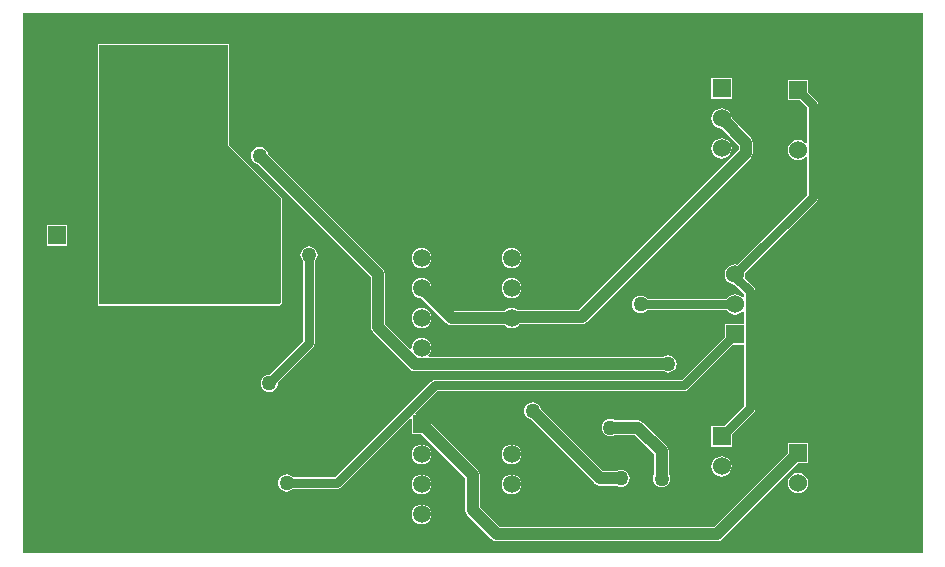
<source format=gbl>
G04*
G04 #@! TF.GenerationSoftware,Altium Limited,Altium Designer,20.2.6 (244)*
G04*
G04 Layer_Physical_Order=2*
G04 Layer_Color=16711680*
%FSLAX24Y24*%
%MOIN*%
G70*
G04*
G04 #@! TF.SameCoordinates,601DEEF6-7E2B-4F85-A560-B3D03E394376*
G04*
G04*
G04 #@! TF.FilePolarity,Positive*
G04*
G01*
G75*
%ADD23C,0.0600*%
%ADD42C,0.0400*%
%ADD43C,0.0300*%
%ADD45R,0.0600X0.0600*%
%ADD46C,0.0591*%
%ADD47R,0.0591X0.0591*%
%ADD48R,0.0600X0.0600*%
%ADD49C,0.0500*%
%ADD50C,0.0400*%
G36*
X41400Y30800D02*
X11400D01*
Y48800D01*
X41400D01*
Y30800D01*
D02*
G37*
%LPC*%
G36*
X35035Y46635D02*
X34365D01*
Y45965D01*
X35035D01*
Y46635D01*
D02*
G37*
G36*
X37585Y46585D02*
X36915D01*
Y45915D01*
X37318D01*
X37546Y45687D01*
Y44496D01*
X37496Y44479D01*
X37489Y44489D01*
X37419Y44543D01*
X37337Y44576D01*
X37250Y44588D01*
X37163Y44576D01*
X37081Y44543D01*
X37011Y44489D01*
X36957Y44419D01*
X36924Y44337D01*
X36912Y44250D01*
X36924Y44163D01*
X36957Y44081D01*
X37011Y44011D01*
X37081Y43957D01*
X37163Y43924D01*
X37250Y43912D01*
X37337Y43924D01*
X37419Y43957D01*
X37489Y44011D01*
X37496Y44021D01*
X37546Y44004D01*
Y42763D01*
X35213Y40430D01*
X35150Y40438D01*
X35063Y40426D01*
X34981Y40393D01*
X34911Y40339D01*
X34857Y40269D01*
X34824Y40187D01*
X34812Y40100D01*
X34824Y40013D01*
X34857Y39931D01*
X34911Y39861D01*
X34981Y39807D01*
X35063Y39774D01*
X35138Y39764D01*
X35446Y39456D01*
Y39346D01*
X35396Y39329D01*
X35389Y39339D01*
X35319Y39393D01*
X35237Y39426D01*
X35150Y39438D01*
X35063Y39426D01*
X34981Y39393D01*
X34911Y39339D01*
X34872Y39289D01*
X32215D01*
X32203Y39303D01*
X32144Y39349D01*
X32074Y39378D01*
X32000Y39387D01*
X31926Y39378D01*
X31856Y39349D01*
X31797Y39303D01*
X31751Y39244D01*
X31722Y39174D01*
X31713Y39100D01*
X31722Y39026D01*
X31751Y38956D01*
X31797Y38897D01*
X31856Y38851D01*
X31926Y38822D01*
X32000Y38813D01*
X32074Y38822D01*
X32144Y38851D01*
X32203Y38897D01*
X32215Y38911D01*
X34872D01*
X34911Y38861D01*
X34981Y38807D01*
X35063Y38774D01*
X35150Y38762D01*
X35237Y38774D01*
X35319Y38807D01*
X35389Y38861D01*
X35396Y38871D01*
X35446Y38854D01*
Y38435D01*
X34815D01*
Y38032D01*
X33372Y36589D01*
X25148D01*
X25076Y36574D01*
X25014Y36533D01*
X21820Y33339D01*
X20415D01*
X20403Y33353D01*
X20344Y33399D01*
X20274Y33428D01*
X20200Y33437D01*
X20126Y33428D01*
X20056Y33399D01*
X19997Y33353D01*
X19951Y33294D01*
X19922Y33224D01*
X19913Y33150D01*
X19922Y33076D01*
X19951Y33006D01*
X19997Y32947D01*
X20056Y32901D01*
X20126Y32872D01*
X20200Y32863D01*
X20274Y32872D01*
X20344Y32901D01*
X20403Y32947D01*
X20415Y32961D01*
X21898D01*
X21970Y32976D01*
X22031Y33017D01*
X24324Y35309D01*
X24370Y35290D01*
Y34770D01*
X24691D01*
X26160Y33301D01*
Y32250D01*
X26160Y32250D01*
X26179Y32158D01*
X26231Y32081D01*
X27031Y31281D01*
X27031Y31281D01*
X27108Y31229D01*
X27200Y31210D01*
X34550D01*
X34550Y31210D01*
X34642Y31229D01*
X34719Y31281D01*
X37254Y33815D01*
X37585D01*
Y34485D01*
X36915D01*
Y34154D01*
X34451Y31690D01*
X27299D01*
X26640Y32349D01*
Y33400D01*
X26640Y33400D01*
X26621Y33492D01*
X26569Y33569D01*
X25030Y35109D01*
Y35430D01*
X24510D01*
X24491Y35476D01*
X25226Y36211D01*
X33450D01*
X33522Y36226D01*
X33583Y36267D01*
X35082Y37765D01*
X35446D01*
Y35713D01*
X34768Y35035D01*
X34365D01*
Y34365D01*
X35035D01*
Y34768D01*
X35768Y35502D01*
X35809Y35563D01*
X35824Y35635D01*
Y39534D01*
X35809Y39606D01*
X35768Y39667D01*
X35461Y39975D01*
X35476Y40013D01*
X35488Y40100D01*
X35480Y40163D01*
X37868Y42552D01*
X37909Y42613D01*
X37924Y42685D01*
Y45765D01*
X37909Y45837D01*
X37868Y45898D01*
X37585Y46182D01*
Y46585D01*
D02*
G37*
G36*
X34700Y44638D02*
X34613Y44626D01*
X34531Y44593D01*
X34461Y44539D01*
X34407Y44469D01*
X34374Y44387D01*
X34362Y44300D01*
X34374Y44213D01*
X34407Y44131D01*
X34461Y44061D01*
X34531Y44007D01*
X34613Y43974D01*
X34700Y43962D01*
X34787Y43974D01*
X34869Y44007D01*
X34939Y44061D01*
X34993Y44131D01*
X35026Y44213D01*
X35038Y44300D01*
X35026Y44387D01*
X34993Y44469D01*
X34939Y44539D01*
X34869Y44593D01*
X34787Y44626D01*
X34700Y44638D01*
D02*
G37*
G36*
X12885Y41735D02*
X12215D01*
Y41065D01*
X12885D01*
Y41735D01*
D02*
G37*
G36*
X27700Y40983D02*
X27614Y40972D01*
X27533Y40938D01*
X27464Y40886D01*
X27412Y40817D01*
X27378Y40736D01*
X27367Y40650D01*
X27378Y40564D01*
X27412Y40483D01*
X27464Y40414D01*
X27533Y40362D01*
X27614Y40328D01*
X27700Y40317D01*
X27786Y40328D01*
X27867Y40362D01*
X27936Y40414D01*
X27988Y40483D01*
X28022Y40564D01*
X28033Y40650D01*
X28022Y40736D01*
X27988Y40817D01*
X27936Y40886D01*
X27867Y40938D01*
X27786Y40972D01*
X27700Y40983D01*
D02*
G37*
G36*
X24700D02*
X24614Y40972D01*
X24533Y40938D01*
X24464Y40886D01*
X24412Y40817D01*
X24378Y40736D01*
X24367Y40650D01*
X24378Y40564D01*
X24412Y40483D01*
X24464Y40414D01*
X24533Y40362D01*
X24614Y40328D01*
X24700Y40317D01*
X24786Y40328D01*
X24867Y40362D01*
X24936Y40414D01*
X24988Y40483D01*
X25022Y40564D01*
X25033Y40650D01*
X25022Y40736D01*
X24988Y40817D01*
X24936Y40886D01*
X24867Y40938D01*
X24786Y40972D01*
X24700Y40983D01*
D02*
G37*
G36*
X27700Y39983D02*
X27614Y39972D01*
X27533Y39938D01*
X27464Y39886D01*
X27412Y39817D01*
X27378Y39736D01*
X27367Y39650D01*
X27378Y39564D01*
X27412Y39483D01*
X27464Y39414D01*
X27533Y39362D01*
X27614Y39328D01*
X27700Y39317D01*
X27786Y39328D01*
X27867Y39362D01*
X27936Y39414D01*
X27988Y39483D01*
X28022Y39564D01*
X28033Y39650D01*
X28022Y39736D01*
X27988Y39817D01*
X27936Y39886D01*
X27867Y39938D01*
X27786Y39972D01*
X27700Y39983D01*
D02*
G37*
G36*
X18250Y47788D02*
X13950D01*
X13923Y47777D01*
X13912Y47750D01*
Y39100D01*
X13923Y39073D01*
X13950Y39062D01*
X19950D01*
X19977Y39073D01*
X20027Y39123D01*
X20038Y39150D01*
Y42650D01*
X20027Y42677D01*
X18288Y44416D01*
Y47750D01*
X18277Y47777D01*
X18250Y47788D01*
D02*
G37*
G36*
X34700Y45638D02*
X34613Y45626D01*
X34531Y45593D01*
X34461Y45539D01*
X34407Y45469D01*
X34374Y45387D01*
X34362Y45300D01*
X34374Y45213D01*
X34407Y45131D01*
X34461Y45061D01*
X34531Y45007D01*
X34613Y44974D01*
X34699Y44962D01*
X35270Y44391D01*
Y44259D01*
X34531Y43519D01*
X34531Y43519D01*
X29937Y38926D01*
X27883D01*
X27867Y38938D01*
X27786Y38972D01*
X27700Y38983D01*
X27614Y38972D01*
X27533Y38938D01*
X27470Y38890D01*
X25799D01*
X25032Y39657D01*
X25022Y39736D01*
X24988Y39817D01*
X24936Y39886D01*
X24867Y39938D01*
X24786Y39972D01*
X24700Y39983D01*
X24614Y39972D01*
X24533Y39938D01*
X24464Y39886D01*
X24412Y39817D01*
X24378Y39736D01*
X24367Y39650D01*
X24378Y39564D01*
X24412Y39483D01*
X24464Y39414D01*
X24533Y39362D01*
X24614Y39328D01*
X24693Y39318D01*
X25531Y38481D01*
X25531Y38481D01*
X25608Y38429D01*
X25700Y38410D01*
X25700Y38410D01*
X27470D01*
X27533Y38362D01*
X27614Y38328D01*
X27700Y38317D01*
X27786Y38328D01*
X27867Y38362D01*
X27936Y38414D01*
X27960Y38447D01*
X30036D01*
X30036Y38447D01*
X30128Y38465D01*
X30206Y38517D01*
X34869Y43181D01*
X34869Y43181D01*
X35679Y43990D01*
X35679Y43990D01*
X35731Y44068D01*
X35749Y44159D01*
X35749Y44159D01*
Y44491D01*
X35749Y44491D01*
X35731Y44582D01*
X35679Y44660D01*
X35679Y44660D01*
X35038Y45301D01*
X35026Y45387D01*
X34993Y45469D01*
X34939Y45539D01*
X34869Y45593D01*
X34787Y45626D01*
X34700Y45638D01*
D02*
G37*
G36*
X24700Y38983D02*
X24614Y38972D01*
X24533Y38938D01*
X24464Y38886D01*
X24412Y38817D01*
X24378Y38736D01*
X24367Y38650D01*
X24378Y38564D01*
X24412Y38483D01*
X24464Y38414D01*
X24533Y38362D01*
X24614Y38328D01*
X24700Y38317D01*
X24786Y38328D01*
X24867Y38362D01*
X24936Y38414D01*
X24988Y38483D01*
X25022Y38564D01*
X25033Y38650D01*
X25022Y38736D01*
X24988Y38817D01*
X24936Y38886D01*
X24867Y38938D01*
X24786Y38972D01*
X24700Y38983D01*
D02*
G37*
G36*
X19300Y44347D02*
X19226Y44338D01*
X19156Y44309D01*
X19097Y44263D01*
X19051Y44204D01*
X19022Y44134D01*
X19013Y44060D01*
X19022Y43986D01*
X19051Y43916D01*
X19097Y43857D01*
X19156Y43811D01*
X19226Y43782D01*
X19241Y43780D01*
X23001Y40021D01*
Y38360D01*
X23001Y38360D01*
X23019Y38268D01*
X23071Y38190D01*
X24311Y36950D01*
X24311Y36950D01*
X24389Y36898D01*
X24480Y36880D01*
X24480Y36880D01*
X32764D01*
X32776Y36871D01*
X32845Y36842D01*
X32920Y36832D01*
X32994Y36842D01*
X33063Y36871D01*
X33123Y36916D01*
X33169Y36976D01*
X33197Y37045D01*
X33207Y37120D01*
X33197Y37194D01*
X33169Y37263D01*
X33123Y37323D01*
X33063Y37369D01*
X32994Y37397D01*
X32920Y37407D01*
X32845Y37397D01*
X32776Y37369D01*
X32764Y37359D01*
X24946D01*
X24929Y37409D01*
X24936Y37414D01*
X24988Y37483D01*
X25022Y37564D01*
X25033Y37650D01*
X25022Y37736D01*
X24988Y37817D01*
X24936Y37886D01*
X24867Y37938D01*
X24786Y37972D01*
X24700Y37983D01*
X24614Y37972D01*
X24533Y37938D01*
X24464Y37886D01*
X24412Y37817D01*
X24378Y37736D01*
X24367Y37650D01*
X24368Y37642D01*
X24321Y37618D01*
X23480Y38459D01*
Y40120D01*
X23480Y40120D01*
X23462Y40212D01*
X23410Y40289D01*
X23410Y40289D01*
X19580Y44119D01*
X19578Y44134D01*
X19549Y44204D01*
X19503Y44263D01*
X19444Y44309D01*
X19374Y44338D01*
X19300Y44347D01*
D02*
G37*
G36*
X20950Y41037D02*
X20876Y41028D01*
X20806Y40999D01*
X20747Y40953D01*
X20701Y40894D01*
X20672Y40824D01*
X20663Y40750D01*
X20672Y40676D01*
X20701Y40606D01*
X20747Y40547D01*
X20761Y40535D01*
Y37878D01*
X19644Y36761D01*
X19626Y36763D01*
X19551Y36753D01*
X19482Y36725D01*
X19422Y36679D01*
X19377Y36619D01*
X19348Y36550D01*
X19338Y36476D01*
X19348Y36401D01*
X19377Y36332D01*
X19422Y36272D01*
X19482Y36227D01*
X19551Y36198D01*
X19626Y36188D01*
X19700Y36198D01*
X19769Y36227D01*
X19829Y36272D01*
X19875Y36332D01*
X19903Y36401D01*
X19913Y36476D01*
X19911Y36494D01*
X21083Y37667D01*
X21124Y37728D01*
X21139Y37800D01*
Y40535D01*
X21153Y40547D01*
X21199Y40606D01*
X21228Y40676D01*
X21237Y40750D01*
X21228Y40824D01*
X21199Y40894D01*
X21153Y40953D01*
X21094Y40999D01*
X21024Y41028D01*
X20950Y41037D01*
D02*
G37*
G36*
X27700Y34433D02*
X27614Y34422D01*
X27533Y34388D01*
X27464Y34336D01*
X27412Y34267D01*
X27378Y34186D01*
X27367Y34100D01*
X27378Y34014D01*
X27412Y33933D01*
X27464Y33864D01*
X27533Y33812D01*
X27614Y33778D01*
X27700Y33767D01*
X27786Y33778D01*
X27867Y33812D01*
X27936Y33864D01*
X27988Y33933D01*
X28022Y34014D01*
X28033Y34100D01*
X28022Y34186D01*
X27988Y34267D01*
X27936Y34336D01*
X27867Y34388D01*
X27786Y34422D01*
X27700Y34433D01*
D02*
G37*
G36*
X24700D02*
X24614Y34422D01*
X24533Y34388D01*
X24464Y34336D01*
X24412Y34267D01*
X24378Y34186D01*
X24367Y34100D01*
X24378Y34014D01*
X24412Y33933D01*
X24464Y33864D01*
X24533Y33812D01*
X24614Y33778D01*
X24700Y33767D01*
X24786Y33778D01*
X24867Y33812D01*
X24936Y33864D01*
X24988Y33933D01*
X25022Y34014D01*
X25033Y34100D01*
X25022Y34186D01*
X24988Y34267D01*
X24936Y34336D01*
X24867Y34388D01*
X24786Y34422D01*
X24700Y34433D01*
D02*
G37*
G36*
X34700Y34038D02*
X34613Y34026D01*
X34531Y33993D01*
X34461Y33939D01*
X34407Y33869D01*
X34374Y33787D01*
X34362Y33700D01*
X34374Y33613D01*
X34407Y33531D01*
X34461Y33461D01*
X34531Y33407D01*
X34613Y33374D01*
X34700Y33362D01*
X34787Y33374D01*
X34869Y33407D01*
X34939Y33461D01*
X34993Y33531D01*
X35026Y33613D01*
X35038Y33700D01*
X35026Y33787D01*
X34993Y33869D01*
X34939Y33939D01*
X34869Y33993D01*
X34787Y34026D01*
X34700Y34038D01*
D02*
G37*
G36*
X28400Y35837D02*
X28326Y35828D01*
X28256Y35799D01*
X28197Y35753D01*
X28151Y35694D01*
X28122Y35624D01*
X28113Y35550D01*
X28122Y35476D01*
X28151Y35406D01*
X28197Y35347D01*
X28256Y35301D01*
X28326Y35272D01*
X28341Y35270D01*
X30481Y33131D01*
X30481Y33131D01*
X30558Y33079D01*
X30650Y33060D01*
X30650Y33060D01*
X31194D01*
X31206Y33051D01*
X31276Y33022D01*
X31350Y33013D01*
X31424Y33022D01*
X31494Y33051D01*
X31553Y33097D01*
X31599Y33156D01*
X31628Y33226D01*
X31637Y33300D01*
X31628Y33374D01*
X31599Y33444D01*
X31553Y33503D01*
X31494Y33549D01*
X31424Y33578D01*
X31350Y33587D01*
X31276Y33578D01*
X31206Y33549D01*
X31194Y33540D01*
X30749D01*
X28680Y35609D01*
X28678Y35624D01*
X28649Y35694D01*
X28603Y35753D01*
X28544Y35799D01*
X28474Y35828D01*
X28400Y35837D01*
D02*
G37*
G36*
X30997Y35284D02*
X30922Y35274D01*
X30853Y35246D01*
X30794Y35200D01*
X30748Y35141D01*
X30719Y35071D01*
X30709Y34997D01*
X30719Y34922D01*
X30748Y34853D01*
X30794Y34794D01*
X30853Y34748D01*
X30922Y34719D01*
X30997Y34709D01*
X31071Y34719D01*
X31141Y34748D01*
X31153Y34757D01*
X31804D01*
X32460Y34101D01*
Y33450D01*
X32451Y33437D01*
X32422Y33368D01*
X32413Y33294D01*
X32422Y33219D01*
X32451Y33150D01*
X32497Y33090D01*
X32556Y33045D01*
X32626Y33016D01*
X32700Y33006D01*
X32774Y33016D01*
X32844Y33045D01*
X32903Y33090D01*
X32949Y33150D01*
X32978Y33219D01*
X32987Y33294D01*
X32978Y33368D01*
X32949Y33437D01*
X32940Y33450D01*
Y34200D01*
X32921Y34292D01*
X32869Y34369D01*
X32869Y34369D01*
X32073Y35166D01*
X31995Y35218D01*
X31903Y35236D01*
X31903Y35236D01*
X31153D01*
X31141Y35246D01*
X31071Y35274D01*
X30997Y35284D01*
D02*
G37*
G36*
X37250Y33488D02*
X37163Y33476D01*
X37081Y33443D01*
X37011Y33389D01*
X36957Y33319D01*
X36924Y33237D01*
X36912Y33150D01*
X36924Y33063D01*
X36957Y32981D01*
X37011Y32911D01*
X37081Y32857D01*
X37163Y32824D01*
X37250Y32812D01*
X37337Y32824D01*
X37419Y32857D01*
X37489Y32911D01*
X37543Y32981D01*
X37576Y33063D01*
X37588Y33150D01*
X37576Y33237D01*
X37543Y33319D01*
X37489Y33389D01*
X37419Y33443D01*
X37337Y33476D01*
X37250Y33488D01*
D02*
G37*
G36*
X27700Y33433D02*
X27614Y33422D01*
X27533Y33388D01*
X27464Y33336D01*
X27412Y33267D01*
X27378Y33186D01*
X27367Y33100D01*
X27378Y33014D01*
X27412Y32933D01*
X27464Y32864D01*
X27533Y32812D01*
X27614Y32778D01*
X27700Y32767D01*
X27786Y32778D01*
X27867Y32812D01*
X27936Y32864D01*
X27988Y32933D01*
X28022Y33014D01*
X28033Y33100D01*
X28022Y33186D01*
X27988Y33267D01*
X27936Y33336D01*
X27867Y33388D01*
X27786Y33422D01*
X27700Y33433D01*
D02*
G37*
G36*
X24700D02*
X24614Y33422D01*
X24533Y33388D01*
X24464Y33336D01*
X24412Y33267D01*
X24378Y33186D01*
X24367Y33100D01*
X24378Y33014D01*
X24412Y32933D01*
X24464Y32864D01*
X24533Y32812D01*
X24614Y32778D01*
X24700Y32767D01*
X24786Y32778D01*
X24867Y32812D01*
X24936Y32864D01*
X24988Y32933D01*
X25022Y33014D01*
X25033Y33100D01*
X25022Y33186D01*
X24988Y33267D01*
X24936Y33336D01*
X24867Y33388D01*
X24786Y33422D01*
X24700Y33433D01*
D02*
G37*
G36*
Y32433D02*
X24614Y32422D01*
X24533Y32388D01*
X24464Y32336D01*
X24412Y32267D01*
X24378Y32186D01*
X24367Y32100D01*
X24378Y32014D01*
X24412Y31933D01*
X24464Y31864D01*
X24533Y31812D01*
X24614Y31778D01*
X24700Y31767D01*
X24786Y31778D01*
X24867Y31812D01*
X24936Y31864D01*
X24988Y31933D01*
X25022Y32014D01*
X25033Y32100D01*
X25022Y32186D01*
X24988Y32267D01*
X24936Y32336D01*
X24867Y32388D01*
X24786Y32422D01*
X24700Y32433D01*
D02*
G37*
%LPD*%
G36*
X18250Y44400D02*
X20000Y42650D01*
Y39150D01*
X19950Y39100D01*
X13950D01*
Y47750D01*
X18250D01*
Y44400D01*
D02*
G37*
D23*
X34700Y44300D02*
D03*
Y45300D02*
D03*
X12550Y40400D02*
D03*
X34700Y32700D02*
D03*
Y33700D02*
D03*
X37250Y44250D02*
D03*
Y45250D02*
D03*
X35150Y40100D02*
D03*
Y39100D02*
D03*
X37250Y33150D02*
D03*
D42*
X30997Y34997D02*
X31903D01*
X32700Y33294D02*
Y34200D01*
X31903Y34997D02*
X32700Y34200D01*
X24480Y37120D02*
X32920D01*
X23240Y38360D02*
X24480Y37120D01*
X23240Y38360D02*
Y40120D01*
X19300Y44060D02*
X23240Y40120D01*
X30650Y33300D02*
X31350D01*
X28400Y35550D02*
X30650Y33300D01*
X34550Y31450D02*
X37250Y34150D01*
X27200Y31450D02*
X34550D01*
X26400Y32250D02*
X27200Y31450D01*
X25700Y38650D02*
X27700D01*
X24700Y39650D02*
X25700Y38650D01*
X26400Y32250D02*
Y33400D01*
X24700Y35100D02*
X26400Y33400D01*
X34700Y45300D02*
X35509Y44491D01*
X34700Y43350D02*
Y43350D01*
Y45300D02*
Y45300D01*
Y43350D02*
X35509Y44159D01*
X30036Y38686D02*
X34700Y43350D01*
X27736Y38686D02*
X30036D01*
X35509Y44159D02*
Y44491D01*
X27700Y38650D02*
X27736Y38686D01*
D43*
X33450Y36400D02*
X35150Y38100D01*
X21898Y33150D02*
X25148Y36400D01*
X33450D01*
X20950Y37800D02*
Y40750D01*
X19626Y36476D02*
X20950Y37800D01*
X20200Y33150D02*
X21898D01*
X32000Y39100D02*
X35150D01*
Y40019D02*
X35635Y39534D01*
X35150Y40019D02*
Y40100D01*
X35635Y35635D02*
Y39534D01*
X34700Y34700D02*
X35635Y35635D01*
X35150Y40100D02*
X37735Y42685D01*
Y45765D01*
X37250Y46250D02*
X37735Y45765D01*
D45*
X34700Y46300D02*
D03*
Y34700D02*
D03*
D46*
X27700Y32100D02*
D03*
Y33100D02*
D03*
Y34100D02*
D03*
Y35100D02*
D03*
X24700Y32100D02*
D03*
Y33100D02*
D03*
Y34100D02*
D03*
Y40650D02*
D03*
Y39650D02*
D03*
Y38650D02*
D03*
Y37650D02*
D03*
X27700Y40650D02*
D03*
Y39650D02*
D03*
Y38650D02*
D03*
D47*
X24700Y35100D02*
D03*
X27700Y37650D02*
D03*
D48*
X12550Y41400D02*
D03*
X37250Y46250D02*
D03*
X35150Y38100D02*
D03*
X37250Y34150D02*
D03*
D49*
X32700Y33294D02*
D03*
X30997Y34997D02*
D03*
X32920Y37120D02*
D03*
X20950Y40750D02*
D03*
X19300Y44060D02*
D03*
X19626Y36476D02*
D03*
X31350Y33300D02*
D03*
X28400Y35550D02*
D03*
X20200Y33150D02*
D03*
X32000Y39100D02*
D03*
X17800Y39550D02*
D03*
X16800Y39800D02*
D03*
X16650Y40700D02*
D03*
D50*
X15000Y44950D02*
D03*
X15800D02*
D03*
X15000Y45750D02*
D03*
X15800D02*
D03*
X15000Y46550D02*
D03*
X15800D02*
D03*
Y47350D02*
D03*
X15000D02*
D03*
X17400Y44950D02*
D03*
X16600D02*
D03*
X17400Y45750D02*
D03*
X16600D02*
D03*
X17400Y46550D02*
D03*
X16600D02*
D03*
X17400Y47350D02*
D03*
X16600D02*
D03*
M02*

</source>
